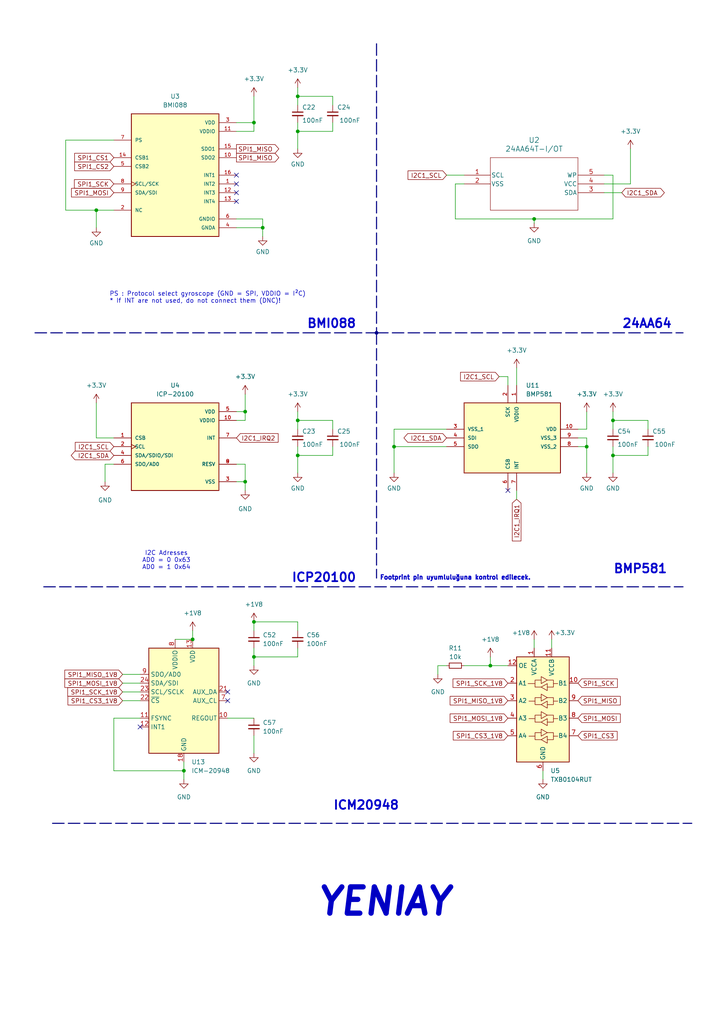
<source format=kicad_sch>
(kicad_sch (version 20231120) (generator "eeschema") (generator_version "8.0")
  (paper "A4" portrait)
  (title_block (title "SENSORS") (date "2024-12-27") (rev "Ozan E."))
  (lib_symbols
    (symbol "2024-04-16_22-30-30:24AA64T-I_OT" (pin_names (offset 0.254))
      (property "Reference" "U5" (at 20.32 10.16 0))
      (property "Value" "24AA64T-I/OT" (at 20.32 7.62 0))
      (symbol "24AA64T-I_OT_0_1"
        (polyline (pts (xy 7.62 -10.16) (xy 33.02 -10.16)) (stroke (width 0.127)))
        (polyline (pts (xy 7.62 5.08) (xy 7.62 -10.16)) (stroke (width 0.127)))
        (polyline (pts (xy 33.02 -10.16) (xy 33.02 5.08)) (stroke (width 0.127)))
        (polyline (pts (xy 33.02 5.08) (xy 7.62 5.08)) (stroke (width 0.127)))
        (pin passive line (at 0 0 0) (length 7.62) (name "SCL") (number "1"))
        (pin passive line (at 0 -2.54 0) (length 7.62) (name "VSS") (number "2"))
        (pin passive line (at 40.64 -5.08 180) (length 7.62) (name "SDA") (number "3"))
        (pin passive line (at 40.64 -2.54 180) (length 7.62) (name "VCC") (number "4"))
        (pin passive line (at 40.64 0 180) (length 7.62) (name "WP") (number "5"))
      )
    )
    (symbol "BMI088:BMI088" (pin_names (offset 1.016))
      (property "Reference" "U" (at -12.7 18.415 0))
      (property "Value" "BMI088" (at -12.7 -20.32 0))
      (symbol "BMI088_0_0"
        (rectangle (start -12.7 -17.78) (end 12.7 17.78) (stroke (width 0.254)) (fill (type background)))
        (pin bidirectional line (at 17.78 -2.54 180) (length 5.08) (name "INT2") (number "1"))
        (pin power_in line (at 17.78 12.7 180) (length 5.08) (name "VDDIO") (number "11"))
        (pin bidirectional line (at 17.78 -5.08 180) (length 5.08) (name "INT3") (number "12"))
        (pin bidirectional line (at 17.78 -7.62 180) (length 5.08) (name "INT4") (number "13"))
        (pin input line (at -17.78 5.08 0) (length 5.08) (name "CSB1") (number "14"))
        (pin output line (at 17.78 7.62 180) (length 5.08) (name "SDO1") (number "15"))
        (pin bidirectional line (at 17.78 0 180) (length 5.08) (name "INT1") (number "16"))
        (pin passive line (at -17.78 -10.16 0) (length 5.08) (name "NC") (number "2"))
        (pin power_in line (at 17.78 15.24 180) (length 5.08) (name "VDD") (number "3"))
        (pin power_in line (at 17.78 -15.24 180) (length 5.08) (name "GNDA") (number "4"))
        (pin input line (at -17.78 2.54 0) (length 5.08) (name "CSB2") (number "5"))
        (pin power_in line (at 17.78 -12.7 180) (length 5.08) (name "GNDIO") (number "6"))
        (pin input line (at -17.78 10.16 0) (length 5.08) (name "PS") (number "7"))
        (pin input clock (at -17.78 -2.54 0) (length 5.08) (name "SCL/SCK") (number "8"))
        (pin bidirectional line (at -17.78 -5.08 0) (length 5.08) (name "SDA/SDI") (number "9"))
      )
      (symbol "BMI088_1_0"
        (pin passive line (at 17.78 5.08 180) (length 5.08) (name "SDO2") (number "10"))
      )
    )
    (symbol "BMP581:BMP581" (pin_names (offset 1.016))
      (property "Reference" "U11" (at 0 2.6671 90))
      (property "Value" "BMP581" (at 2.54 2.6671 90))
      (symbol "BMP581_0_0"
        (rectangle (start 5.08 12.7) (end 25.4 -15.24) (stroke (width 0.254)) (fill (type background)))
        (pin bidirectional line (at 0 0 0) (length 5.08) (name "VDDIO") (number "1"))
        (pin bidirectional line (at 12.7 17.78 270) (length 5.08) (name "VDD") (number "10"))
        (pin bidirectional line (at 0 -2.54 0) (length 5.08) (name "SCK") (number "2"))
        (pin bidirectional line (at 15.24 -20.32 90) (length 5.08) (name "SDI") (number "4"))
        (pin bidirectional line (at 30.48 -2.54 180) (length 5.08) (name "CSB") (number "6"))
        (pin bidirectional line (at 30.48 0 180) (length 5.08) (name "INT") (number "7"))
        (pin bidirectional line (at 17.78 17.78 270) (length 5.08) (name "VSS_2") (number "8"))
        (pin bidirectional line (at 15.24 17.78 270) (length 5.08) (name "VSS_3") (number "9"))
      )
      (symbol "BMP581_1_0"
        (pin bidirectional line (at 12.7 -20.32 90) (length 5.08) (name "VSS_1") (number "3"))
        (pin bidirectional line (at 17.78 -20.32 90) (length 5.08) (name "SDO") (number "5"))
      )
    )
    (symbol "Device:C_Small" (pin_numbers hide) (pin_names (offset 0.254) hide)
      (property "Reference" "C" (at 0.254 1.778 0))
      (property "Value" "C_Small" (at 0.254 -2.032 0))
      (symbol "C_Small_0_1"
        (polyline (pts (xy -1.524 -0.508) (xy 1.524 -0.508)) (stroke (width 0.3302)))
        (polyline (pts (xy -1.524 0.508) (xy 1.524 0.508)) (stroke (width 0.3048)))
      )
      (symbol "C_Small_1_1"
        (pin passive line (at 0 2.54 270) (length 2.032) (name "~") (number "1"))
        (pin passive line (at 0 -2.54 90) (length 2.032) (name "~") (number "2"))
      )
    )
    (symbol "Device:R_Small" (pin_numbers hide) (pin_names (offset 0.254) hide)
      (property "Reference" "R" (at 0.762 0.508 0))
      (property "Value" "R_Small" (at 0.762 -1.016 0))
      (symbol "R_Small_0_1"
        (rectangle (start -0.762 1.778) (end 0.762 -1.778) (stroke (width 0.2032)))
      )
      (symbol "R_Small_1_1"
        (pin passive line (at 0 2.54 270) (length 0.762) (name "~") (number "1"))
        (pin passive line (at 0 -2.54 90) (length 0.762) (name "~") (number "2"))
      )
    )
    (symbol "ICP-20100:ICP-20100" (pin_names (offset 1.016))
      (property "Reference" "U" (at -12.7 13.589 0))
      (property "Value" "ICP-20100" (at -12.7 -15.24 0))
      (symbol "ICP-20100_0_0"
        (rectangle (start -12.7 -12.7) (end 12.7 12.7) (stroke (width 0.254)) (fill (type background)))
        (pin input line (at -17.78 2.54 0) (length 5.08) (name "CSB") (number "1"))
        (pin power_in line (at 17.78 7.62 180) (length 5.08) (name "VDDIO") (number "10"))
        (pin input clock (at -17.78 0 0) (length 5.08) (name "SCL") (number "2"))
        (pin power_in line (at 17.78 -10.16 180) (length 5.08) (name "VSS") (number "3"))
        (pin bidirectional line (at -17.78 -2.54 0) (length 5.08) (name "SDA/SDIO/SDI") (number "4"))
        (pin power_in line (at 17.78 10.16 180) (length 5.08) (name "VDD") (number "5"))
        (pin bidirectional line (at -17.78 -5.08 0) (length 5.08) (name "SDO/AD0") (number "6"))
        (pin output line (at 17.78 2.54 180) (length 5.08) (name "INT") (number "7"))
        (pin passive line (at 17.78 -5.08 180) (length 5.08) (name "RESV") (number "8"))
        (pin passive line (at 17.78 -5.08 180) (length 5.08) (name "RESV") (number "9"))
      )
    )
    (symbol "Logic_LevelTranslator:TXB0104RUT"
      (property "Reference" "U" (at -6.35 16.51 0))
      (property "Value" "TXB0104RUT" (at 3.81 16.51 0))
      (symbol "TXB0104RUT_0_1"
        (rectangle (start -7.62 15.24) (end 7.62 -15.24) (stroke (width 0.254)) (fill (type background)))
        (polyline (pts (xy -2.286 -7.747) (xy -2.286 -6.731) (xy -0.508 -6.731)))
        (polyline (pts (xy -2.286 -2.667) (xy -2.286 -1.651) (xy -0.508 -1.651)))
        (polyline (pts (xy -2.286 2.413) (xy -2.286 3.429) (xy -0.508 3.429)))
        (polyline (pts (xy -2.286 7.493) (xy -2.286 8.509) (xy -0.508 8.509)))
        (polyline (pts (xy 3.048 -7.747) (xy 3.048 -8.763) (xy 1.27 -8.763)))
        (polyline (pts (xy 3.048 -2.667) (xy 3.048 -3.683) (xy 1.27 -3.683)))
        (polyline (pts (xy 3.048 2.413) (xy 3.048 1.397) (xy 1.27 1.397)))
        (polyline (pts (xy 3.048 7.493) (xy 3.048 6.477) (xy 1.27 6.477)))
        (polyline (pts (xy -0.508 -8.763) (xy -2.286 -8.763) (xy -2.286 -7.747) (xy -4.064 -7.747)))
        (polyline (pts (xy -0.508 -8.763) (xy 1.27 -7.747) (xy 1.27 -9.779) (xy -0.508 -8.763)))
        (polyline (pts (xy -0.508 -3.683) (xy -2.286 -3.683) (xy -2.286 -2.667) (xy -4.064 -2.667)))
        (polyline (pts (xy -0.508 -3.683) (xy 1.27 -2.667) (xy 1.27 -4.699) (xy -0.508 -3.683)))
        (polyline (pts (xy -0.508 1.397) (xy -2.286 1.397) (xy -2.286 2.413) (xy -4.064 2.413)))
        (polyline (pts (xy -0.508 1.397) (xy 1.27 2.413) (xy 1.27 0.381) (xy -0.508 1.397)))
        (polyline (pts (xy -0.508 6.477) (xy -2.286 6.477) (xy -2.286 7.493) (xy -4.318 7.493)))
        (polyline (pts (xy -0.508 6.477) (xy 1.27 7.493) (xy 1.27 5.461) (xy -0.508 6.477)))
        (polyline (pts (xy 1.27 -6.731) (xy -0.508 -7.747) (xy -0.508 -5.715) (xy 1.27 -6.731)))
        (polyline (pts (xy 1.27 -6.731) (xy 3.048 -6.731) (xy 3.048 -7.747) (xy 4.318 -7.747)))
        (polyline (pts (xy 1.27 -1.651) (xy -0.508 -2.667) (xy -0.508 -0.635) (xy 1.27 -1.651)))
        (polyline (pts (xy 1.27 -1.651) (xy 3.048 -1.651) (xy 3.048 -2.667) (xy 4.318 -2.667)))
        (polyline (pts (xy 1.27 3.429) (xy -0.508 2.413) (xy -0.508 4.445) (xy 1.27 3.429)))
        (polyline (pts (xy 1.27 3.429) (xy 3.048 3.429) (xy 3.048 2.413) (xy 4.318 2.413)))
        (polyline (pts (xy 1.27 8.509) (xy -0.508 7.493) (xy -0.508 9.525) (xy 1.27 8.509)))
        (polyline (pts (xy 1.27 8.509) (xy 3.048 8.509) (xy 3.048 7.493) (xy 4.318 7.493)))
      )
      (symbol "TXB0104RUT_1_1"
        (pin power_in line (at -2.54 17.78 270) (length 2.54) (name "VCCA") (number "1"))
        (pin tri_state line (at 10.16 7.62 180) (length 2.54) (name "B1") (number "10"))
        (pin power_in line (at 2.54 17.78 270) (length 2.54) (name "VCCB") (number "11"))
        (pin input line (at -10.16 12.7 0) (length 2.54) (name "OE") (number "12"))
        (pin tri_state line (at -10.16 7.62 0) (length 2.54) (name "A1") (number "2"))
        (pin tri_state line (at -10.16 2.54 0) (length 2.54) (name "A2") (number "3"))
        (pin tri_state line (at -10.16 -2.54 0) (length 2.54) (name "A3") (number "4"))
        (pin tri_state line (at -10.16 -7.62 0) (length 2.54) (name "A4") (number "5"))
        (pin power_in line (at 0 -17.78 90) (length 2.54) (name "GND") (number "6"))
        (pin tri_state line (at 10.16 -7.62 180) (length 2.54) (name "B4") (number "7"))
        (pin tri_state line (at 10.16 -2.54 180) (length 2.54) (name "B3") (number "8"))
        (pin tri_state line (at 10.16 2.54 180) (length 2.54) (name "B2") (number "9"))
      )
    )
    (symbol "Sensor_Motion:ICM-20948"
      (property "Reference" "U" (at -11.43 16.51 0))
      (property "Value" "ICM-20948" (at 7.62 -16.51 0))
      (symbol "ICM-20948_0_1"
        (rectangle (start -10.16 15.24) (end 10.16 -15.24) (stroke (width 0.254)) (fill (type background)))
      )
      (symbol "ICM-20948_1_1"
        (pin no_connect line (at -10.16 12.7 0) (length 2.54) hide (name "NC") (number "1"))
        (pin passive line (at 12.7 -5.08 180) (length 2.54) (name "REGOUT") (number "10"))
        (pin input line (at -12.7 -5.08 0) (length 2.54) (name "FSYNC") (number "11"))
        (pin output line (at -12.7 -7.62 0) (length 2.54) (name "INT1") (number "12"))
        (pin power_in line (at 2.54 17.78 270) (length 2.54) (name "VDD") (number "13"))
        (pin no_connect line (at 10.16 7.62 180) (length 2.54) hide (name "NC") (number "14"))
        (pin no_connect line (at 10.16 5.08 180) (length 2.54) hide (name "NC") (number "15"))
        (pin no_connect line (at 10.16 -7.62 180) (length 2.54) hide (name "NC") (number "16"))
        (pin no_connect line (at 10.16 -10.16 180) (length 2.54) hide (name "NC") (number "17"))
        (pin power_in line (at 0 -17.78 90) (length 2.54) (name "GND") (number "18"))
        (pin no_connect line (at 10.16 -12.7 180) (length 2.54) hide (name "RESV") (number "19"))
        (pin no_connect line (at -10.16 10.16 0) (length 2.54) hide (name "NC") (number "2"))
        (pin passive line (at 0 -17.78 90) (length 2.54) hide (name "GND") (number "20"))
        (pin bidirectional line (at 12.7 2.54 180) (length 2.54) (name "AUX_DA") (number "21"))
        (pin input line (at -12.7 0 0) (length 2.54) (name "~{CS}") (number "22"))
        (pin input line (at -12.7 2.54 0) (length 2.54) (name "SCL/SCLK") (number "23"))
        (pin bidirectional line (at -12.7 5.08 0) (length 2.54) (name "SDA/SDI") (number "24"))
        (pin no_connect line (at -10.16 -2.54 0) (length 2.54) hide (name "NC") (number "3"))
        (pin no_connect line (at -10.16 -10.16 0) (length 2.54) hide (name "NC") (number "4"))
        (pin no_connect line (at -10.16 -12.7 0) (length 2.54) hide (name "NC") (number "5"))
        (pin no_connect line (at 10.16 10.16 180) (length 2.54) hide (name "NC") (number "6"))
        (pin output line (at 12.7 0 180) (length 2.54) (name "AUX_CL") (number "7"))
        (pin power_in line (at -2.54 17.78 270) (length 2.54) (name "VDDIO") (number "8"))
        (pin bidirectional line (at -12.7 7.62 0) (length 2.54) (name "SDO/AD0") (number "9"))
      )
    )
    (symbol "power:+1V8" (power) (pin_numbers hide) (pin_names (offset 0) hide)
      (property "Value" "+1V8" (at 0 3.556 0))
      (symbol "+1V8_0_1"
        (polyline (pts (xy -0.762 1.27) (xy 0 2.54)))
        (polyline (pts (xy 0 0) (xy 0 2.54)))
        (polyline (pts (xy 0 2.54) (xy 0.762 1.27)))
      )
      (symbol "+1V8_1_1"
        (pin power_in line (at 0 0 90) (length 0) (name "~") (number "1"))
      )
    )
    (symbol "power:+3.3V" (power) (pin_numbers hide) (pin_names (offset 0) hide)
      (property "Value" "+3.3V" (at 0 3.556 0))
      (symbol "+3.3V_0_1"
        (polyline (pts (xy -0.762 1.27) (xy 0 2.54)))
        (polyline (pts (xy 0 0) (xy 0 2.54)))
        (polyline (pts (xy 0 2.54) (xy 0.762 1.27)))
      )
      (symbol "+3.3V_1_1"
        (pin power_in line (at 0 0 90) (length 0) (name "~") (number "1"))
      )
    )
    (symbol "power:GND" (power) (pin_numbers hide) (pin_names (offset 0) hide)
      (property "Value" "GND" (at 0 -3.81 0))
      (symbol "GND_0_1"
        (polyline (pts (xy 0 0) (xy 0 -1.27) (xy 1.27 -1.27) (xy 0 -2.54) (xy -1.27 -1.27) (xy 0 -1.27)))
      )
      (symbol "GND_1_1"
        (pin power_in line (at 0 0 270) (length 0) (name "~") (number "1"))
      )
    )
  )
  (junction (at 86.36 38.1))
  (junction (at 142.24 193.04))
  (junction (at 71.12 139.7))
  (junction (at 73.66 180.34))
  (junction (at 55.88 185.42))
  (junction (at 86.36 27.94))
  (junction (at 86.36 121.92))
  (junction (at 109.22 96.52))
  (junction (at 76.2 66.04))
  (junction (at 177.8 132.08))
  (junction (at 53.34 223.52))
  (junction (at 71.12 119.38))
  (junction (at 27.94 60.96))
  (junction (at 73.66 190.5))
  (junction (at 86.36 132.08))
  (junction (at 154.94 63.5))
  (junction (at 73.66 35.56))
  (junction (at 170.18 129.54))
  (junction (at 114.3 129.54))
  (junction (at 177.8 121.92))
  (no_connect (at 68.58 53.34))
  (no_connect (at 66.04 200.66))
  (no_connect (at 147.32 142.24))
  (no_connect (at 68.58 55.88))
  (no_connect (at 66.04 203.2))
  (no_connect (at 40.64 210.82))
  (no_connect (at 68.58 50.8))
  (no_connect (at 68.58 58.42))
  (wire (pts (xy 71.12 139.7) (xy 71.12 142.24)))
  (wire (pts (xy 177.8 50.8) (xy 177.8 63.5)))
  (wire (pts (xy 132.08 53.34) (xy 132.08 63.5)))
  (wire (pts (xy 33.02 60.96) (xy 27.94 60.96)))
  (wire (pts (xy 154.94 64.77) (xy 154.94 63.5)))
  (bus (pts (xy 109.22 12.7) (xy 109.22 96.52)) (stroke (width 0) (type dash)))
  (wire (pts (xy 154.94 63.5) (xy 177.8 63.5)))
  (wire (pts (xy 187.96 121.92) (xy 177.8 121.92)))
  (wire (pts (xy 30.48 134.62) (xy 30.48 139.7)))
  (wire (pts (xy 76.2 63.5) (xy 76.2 66.04)))
  (wire (pts (xy 127 193.04) (xy 127 195.58)))
  (wire (pts (xy 127 193.04) (xy 129.54 193.04)))
  (wire (pts (xy 73.66 187.96) (xy 73.66 190.5)))
  (wire (pts (xy 68.58 139.7) (xy 71.12 139.7)))
  (wire (pts (xy 147.32 111.76) (xy 147.32 109.22)))
  (wire (pts (xy 68.58 63.5) (xy 76.2 63.5)))
  (wire (pts (xy 96.52 132.08) (xy 86.36 132.08)))
  (wire (pts (xy 177.8 132.08) (xy 177.8 137.16)))
  (wire (pts (xy 96.52 121.92) (xy 86.36 121.92)))
  (wire (pts (xy 86.36 129.54) (xy 86.36 132.08)))
  (wire (pts (xy 86.36 182.88) (xy 86.36 180.34)))
  (wire (pts (xy 149.86 106.68) (xy 149.86 111.76)))
  (wire (pts (xy 96.52 124.46) (xy 96.52 121.92)))
  (wire (pts (xy 167.64 129.54) (xy 170.18 129.54)))
  (wire (pts (xy 27.94 116.84) (xy 27.94 127)))
  (wire (pts (xy 170.18 127) (xy 170.18 129.54)))
  (wire (pts (xy 96.52 30.48) (xy 96.52 27.94)))
  (wire (pts (xy 175.26 53.34) (xy 182.88 53.34)))
  (wire (pts (xy 142.24 190.5) (xy 142.24 193.04)))
  (wire (pts (xy 68.58 66.04) (xy 76.2 66.04)))
  (wire (pts (xy 71.12 114.3) (xy 71.12 119.38)))
  (bus (pts (xy 15.24 238.76) (xy 200.66 238.76)) (stroke (width 0) (type dash)))
  (wire (pts (xy 96.52 38.1) (xy 86.36 38.1)))
  (wire (pts (xy 144.78 109.22) (xy 147.32 109.22)))
  (wire (pts (xy 96.52 27.94) (xy 86.36 27.94)))
  (wire (pts (xy 19.05 60.96) (xy 27.94 60.96)))
  (wire (pts (xy 182.88 43.18) (xy 182.88 53.34)))
  (wire (pts (xy 35.56 203.2) (xy 40.64 203.2)))
  (wire (pts (xy 134.62 53.34) (xy 132.08 53.34)))
  (wire (pts (xy 73.66 27.94) (xy 73.66 35.56)))
  (wire (pts (xy 76.2 66.04) (xy 76.2 68.58)))
  (wire (pts (xy 187.96 129.54) (xy 187.96 132.08)))
  (wire (pts (xy 35.56 198.12) (xy 40.64 198.12)))
  (wire (pts (xy 177.8 121.92) (xy 177.8 124.46)))
  (wire (pts (xy 86.36 119.38) (xy 86.36 121.92)))
  (wire (pts (xy 33.02 223.52) (xy 53.34 223.52)))
  (wire (pts (xy 175.26 50.8) (xy 177.8 50.8)))
  (wire (pts (xy 134.62 193.04) (xy 142.24 193.04)))
  (wire (pts (xy 68.58 38.1) (xy 73.66 38.1)))
  (bus (pts (xy 109.22 96.52) (xy 198.12 96.52)) (stroke (width 0) (type dash)))
  (wire (pts (xy 73.66 180.34) (xy 73.66 182.88)))
  (wire (pts (xy 55.88 182.88) (xy 55.88 185.42)))
  (wire (pts (xy 86.36 132.08) (xy 86.36 137.16)))
  (wire (pts (xy 86.36 121.92) (xy 86.36 124.46)))
  (wire (pts (xy 167.64 127) (xy 170.18 127)))
  (wire (pts (xy 187.96 132.08) (xy 177.8 132.08)))
  (wire (pts (xy 149.86 142.24) (xy 149.86 144.78)))
  (wire (pts (xy 86.36 35.56) (xy 86.36 38.1)))
  (wire (pts (xy 86.36 38.1) (xy 86.36 43.18)))
  (wire (pts (xy 160.02 187.96) (xy 160.02 185.42)))
  (wire (pts (xy 40.64 208.28) (xy 33.02 208.28)))
  (wire (pts (xy 114.3 129.54) (xy 114.3 124.46)))
  (wire (pts (xy 68.58 35.56) (xy 73.66 35.56)))
  (wire (pts (xy 132.08 63.5) (xy 154.94 63.5)))
  (bus (pts (xy 10.16 96.52) (xy 109.22 96.52)) (stroke (width 0) (type dash)))
  (wire (pts (xy 35.56 195.58) (xy 40.64 195.58)))
  (wire (pts (xy 177.8 129.54) (xy 177.8 132.08)))
  (wire (pts (xy 180.34 55.88) (xy 175.26 55.88)))
  (wire (pts (xy 73.66 180.34) (xy 86.36 180.34)))
  (bus (pts (xy 12.7 170.18) (xy 198.12 170.18)) (stroke (width 0) (type dash)))
  (wire (pts (xy 71.12 134.62) (xy 71.12 139.7)))
  (wire (pts (xy 33.02 40.64) (xy 19.05 40.64)))
  (wire (pts (xy 96.52 35.56) (xy 96.52 38.1)))
  (wire (pts (xy 129.54 50.8) (xy 134.62 50.8)))
  (wire (pts (xy 96.52 129.54) (xy 96.52 132.08)))
  (wire (pts (xy 114.3 129.54) (xy 129.54 129.54)))
  (wire (pts (xy 27.94 60.96) (xy 27.94 66.04)))
  (wire (pts (xy 73.66 190.5) (xy 73.66 193.04)))
  (wire (pts (xy 33.02 208.28) (xy 33.02 223.52)))
  (wire (pts (xy 86.36 27.94) (xy 86.36 30.48)))
  (wire (pts (xy 177.8 119.38) (xy 177.8 121.92)))
  (wire (pts (xy 170.18 124.46) (xy 170.18 119.38)))
  (wire (pts (xy 73.66 190.5) (xy 86.36 190.5)))
  (wire (pts (xy 142.24 193.04) (xy 147.32 193.04)))
  (wire (pts (xy 68.58 121.92) (xy 71.12 121.92)))
  (wire (pts (xy 73.66 38.1) (xy 73.66 35.56)))
  (wire (pts (xy 50.8 185.42) (xy 55.88 185.42)))
  (wire (pts (xy 71.12 119.38) (xy 68.58 119.38)))
  (wire (pts (xy 170.18 129.54) (xy 170.18 137.16)))
  (wire (pts (xy 114.3 124.46) (xy 129.54 124.46)))
  (bus (pts (xy 109.22 96.52) (xy 109.22 167.64)) (stroke (width 0) (type dash)))
  (wire (pts (xy 27.94 127) (xy 33.02 127)))
  (wire (pts (xy 154.94 187.96) (xy 154.94 185.42)))
  (wire (pts (xy 66.04 208.28) (xy 73.66 208.28)))
  (wire (pts (xy 68.58 134.62) (xy 71.12 134.62)))
  (wire (pts (xy 187.96 124.46) (xy 187.96 121.92)))
  (wire (pts (xy 73.66 213.36) (xy 73.66 218.44)))
  (wire (pts (xy 86.36 25.4) (xy 86.36 27.94)))
  (wire (pts (xy 33.02 134.62) (xy 30.48 134.62)))
  (wire (pts (xy 114.3 137.16) (xy 114.3 129.54)))
  (wire (pts (xy 53.34 226.06) (xy 53.34 223.52)))
  (wire (pts (xy 71.12 121.92) (xy 71.12 119.38)))
  (wire (pts (xy 167.64 124.46) (xy 170.18 124.46)))
  (wire (pts (xy 53.34 220.98) (xy 53.34 223.52)))
  (wire (pts (xy 35.56 200.66) (xy 40.64 200.66)))
  (wire (pts (xy 19.05 40.64) (xy 19.05 60.96)))
  (wire (pts (xy 86.36 187.96) (xy 86.36 190.5)))
  (wire (pts (xy 157.48 223.52) (xy 157.48 226.06)))
  (text "YENIAY" (at 91.44 261.62 0) (effects (font (size 7.62 7.62) (thickness 1.524) (bold yes) (italic yes)) (justify left)))
  (text "BMP581\n" (at 177.8 165.1 0) (effects (font (size 2.54 2.54) (thickness 0.508) (bold yes)) (justify left)))
  (text "ICM20948" (at 96.52 233.68 0) (effects (font (size 2.54 2.54) (thickness 0.508) (bold yes)) (justify left)))
  (text "24AA64\n" (at 180.34 93.98 0) (effects (font (size 2.54 2.54) (thickness 0.508) (bold yes)) (justify left)))
  (text "Footprint pin uyumluluğuna kontrol edilecek." (at 132.08 167.64 0) (effects (font (size 1.27 1.27) (thickness 0.508) (bold yes))))
  (text "ICP20100" (at 93.98 167.64 0) (effects (font (size 2.54 2.54) (thickness 0.508) (bold yes))))
  (text "I2C Adresses\nAD0 = 0 0x63\nAD0 = 1 0x64" (at 48.26 162.56 0) (effects (font (size 1.27 1.27))))
  (text "PS : Protocol select gyroscope (GND = SPI, VDDIO = I²C)\n* If INT are not used, do not connect them (DNC)!" (at 31.75 86.36 0) (effects (font (size 1.27 1.27)) (justify left)))
  (text "BMI088" (at 88.9 93.98 0) (effects (font (size 2.54 2.54) (thickness 0.508) (bold yes)) (justify left)))
  (global_label "SPI1_MISO_1V8" (shape input) (at 35.56 195.58 180) (property "Intersheetrefs" "${INTERSHEET_REFS}" (effects (hide yes))))
  (global_label "I2C1_SCL" (shape input) (at 33.02 129.54 180) (property "Intersheetrefs" "${INTERSHEET_REFS}" (effects (hide yes))))
  (global_label "I2C1_SDA" (shape bidirectional) (at 129.54 127 180) (property "Intersheetrefs" "${INTERSHEET_REFS}" (effects (hide yes))))
  (global_label "SPI1_MISO" (shape input) (at 167.64 203.2 0) (property "Intersheetrefs" "${INTERSHEET_REFS}" (effects (hide yes))))
  (global_label "I2C1_SCL" (shape input) (at 144.78 109.22 180) (property "Intersheetrefs" "${INTERSHEET_REFS}" (effects (hide yes))))
  (global_label "SPI1_MOSI" (shape input) (at 167.64 208.28 0) (property "Intersheetrefs" "${INTERSHEET_REFS}" (effects (hide yes))))
  (global_label "SPI1_CS1" (shape input) (at 33.02 45.72 180) (property "Intersheetrefs" "${INTERSHEET_REFS}" (effects (hide yes))))
  (global_label "SPI1_MOSI_1V8" (shape input) (at 147.32 208.28 180) (property "Intersheetrefs" "${INTERSHEET_REFS}" (effects (hide yes))))
  (global_label "SPI1_SCK_1V8" (shape input) (at 35.56 200.66 180) (property "Intersheetrefs" "${INTERSHEET_REFS}" (effects (hide yes))))
  (global_label "SPI1_MOSI" (shape input) (at 33.02 55.88 180) (property "Intersheetrefs" "${INTERSHEET_REFS}" (effects (hide yes))))
  (global_label "SPI1_SCK" (shape input) (at 33.02 53.34 180) (property "Intersheetrefs" "${INTERSHEET_REFS}" (effects (hide yes))))
  (global_label "SPI1_SCK_1V8" (shape input) (at 147.32 198.12 180) (property "Intersheetrefs" "${INTERSHEET_REFS}" (effects (hide yes))))
  (global_label "SPI1_CS3" (shape input) (at 167.64 213.36 0) (property "Intersheetrefs" "${INTERSHEET_REFS}" (effects (hide yes))))
  (global_label "I2C1_IRQ2" (shape input) (at 68.58 127 0) (property "Intersheetrefs" "${INTERSHEET_REFS}" (effects (hide yes))))
  (global_label "SPI1_CS3_1V8" (shape input) (at 35.56 203.2 180) (property "Intersheetrefs" "${INTERSHEET_REFS}" (effects (hide yes))))
  (global_label "I2C1_IRQ1" (shape input) (at 149.86 144.78 270) (property "Intersheetrefs" "${INTERSHEET_REFS}" (effects (hide yes))))
  (global_label "I2C1_SCL" (shape input) (at 129.54 50.8 180) (property "Intersheetrefs" "${INTERSHEET_REFS}" (effects (hide yes))))
  (global_label "SPI1_CS3_1V8" (shape input) (at 147.32 213.36 180) (property "Intersheetrefs" "${INTERSHEET_REFS}" (effects (hide yes))))
  (global_label "SPI1_SCK" (shape input) (at 167.64 198.12 0) (property "Intersheetrefs" "${INTERSHEET_REFS}" (effects (hide yes))))
  (global_label "SPI1_MOSI_1V8" (shape input) (at 35.56 198.12 180) (property "Intersheetrefs" "${INTERSHEET_REFS}" (effects (hide yes))))
  (global_label "SPI1_CS2" (shape input) (at 33.02 48.26 180) (property "Intersheetrefs" "${INTERSHEET_REFS}" (effects (hide yes))))
  (global_label "SPI1_MISO" (shape output) (at 68.58 43.18 0) (property "Intersheetrefs" "${INTERSHEET_REFS}" (effects (hide yes))))
  (global_label "SPI1_MISO" (shape output) (at 68.58 45.72 0) (property "Intersheetrefs" "${INTERSHEET_REFS}" (effects (hide yes))))
  (global_label "SPI1_MISO_1V8" (shape input) (at 147.32 203.2 180) (property "Intersheetrefs" "${INTERSHEET_REFS}" (effects (hide yes))))
  (global_label "I2C1_SDA" (shape bidirectional) (at 33.02 132.08 180) (property "Intersheetrefs" "${INTERSHEET_REFS}" (effects (hide yes))))
  (global_label "I2C1_SDA" (shape bidirectional) (at 180.34 55.88 0) (property "Intersheetrefs" "${INTERSHEET_REFS}" (effects (hide yes))))
  (symbol (lib_id "ICP-20100:ICP-20100") (at 50.8 129.54 0) (unit 1)
    (property "Reference" "U4" (at 50.8 111.76 0))
    (property "Value" "ICP-20100" (at 50.8 114.3 0))
    (property "Footprint" "ICP-20100:PQFN50P200X200X85-10N" (effects (hide yes)))
    (property "MF" "TDK InvenSense" (effects (hide yes)))
    (property "MAXIMUM_PACKAGE_HEIGHT" "0.85mm" (effects (hide yes)))
    (property "Package" "None" (effects (hide yes)))
    (property "Price" "None" (effects (hide yes)))
    (property "Check_prices" "https://www.snapeda.com/parts/ICP-20100/TDK/view-part/?ref=eda" (effects (hide yes)))
    (property "STANDARD" "IPC 7351B" (effects (hide yes)))
    (property "PARTREV" "1.1" (effects (hide yes)))
    (property "SnapEDA_Link" "https://www.snapeda.com/parts/ICP-20100/TDK/view-part/?ref=snap" (effects (hide yes)))
    (property "MP" "ICP-20100" (effects (hide yes)))
    (property "Description_1" "\n                        \n                            Pressure Sensor 4.35PSI ~ 15.95PSI (30kPa ~ 110kPa) Absolute 20 b 10-VFLGA\n                        \n" (effects (hide yes)))
    (property "Availability" "In Stock" (effects (hide yes)))
    (property "MANUFACTURER" "TDK InvenSense" (effects (hide yes)))
  )
  (symbol (lib_id "power:GND") (at 127 195.58 0) (unit 1)
    (property "Reference" "#PWR038" (effects (hide yes)))
    (property "Value" "GND" (at 127 200.66 0))
    (property "Description" "Power symbol creates a global label with name \"GND\" , ground" (effects (hide yes)))
  )
  (symbol (lib_id "power:+3.3V") (at 182.88 43.18 0) (unit 1)
    (property "Reference" "#PWR032" (effects (hide yes)))
    (property "Value" "+3.3V" (at 182.88 38.1 0))
    (property "Description" "Power symbol creates a global label with name \"+3.3V\"" (effects (hide yes)))
  )
  (symbol (lib_id "power:+3.3V") (at 149.86 106.68 0) (unit 1)
    (property "Reference" "#PWR091" (effects (hide yes)))
    (property "Value" "+3.3V" (at 149.86 101.6 0))
    (property "Description" "Power symbol creates a global label with name \"+3.3V\"" (effects (hide yes)))
  )
  (symbol (lib_id "power:GND") (at 114.3 137.16 0) (unit 1)
    (property "Reference" "#PWR040" (effects (hide yes)))
    (property "Value" "GND" (at 114.3 141.605 0))
    (property "Description" "Power symbol creates a global label with name \"GND\" , ground" (effects (hide yes)))
  )
  (symbol (lib_id "Device:C_Small") (at 177.8 127 0) (unit 1)
    (property "Reference" "C54" (at 179.07 125.095 0) (effects (justify left)))
    (property "Value" "100nF" (at 179.07 128.905 0) (effects (justify left)))
    (property "Footprint" "Capacitor_SMD:C_0402_1005Metric" (effects (hide yes)))
    (property "Description" "Unpolarized capacitor, small symbol" (effects (hide yes)))
  )
  (symbol (lib_id "Device:C_Small") (at 96.52 127 0) (unit 1)
    (property "Reference" "C25" (at 97.79 125.095 0) (effects (justify left)))
    (property "Value" "100nF" (at 98.425 128.905 0) (effects (justify left)))
    (property "Footprint" "Capacitor_SMD:C_0402_1005Metric" (effects (hide yes)))
    (property "Description" "Unpolarized capacitor, small symbol" (effects (hide yes)))
  )
  (symbol (lib_id "BMI088:BMI088") (at 50.8 50.8 0) (unit 1)
    (property "Reference" "U3" (at 50.8 27.94 0))
    (property "Value" "BMI088" (at 50.8 30.48 0))
    (property "Footprint" "BMI088:PQFN50P450X300X100-16N" (effects (hide yes)))
    (property "Description" "Accelerometer, Gyroscope, 6 Axis Sensor I²C, SPI Output" (effects (hide yes)))
    (property "MF" "Bosch Sensortec" (effects (hide yes)))
    (property "PURCHASE-URL" "https://pricing.snapeda.com/search/part/BMI088/?ref=eda" (effects (hide yes)))
    (property "PACKAGE" "VFLGA-16 Bosch Sensortec" (effects (hide yes)))
    (property "PRICE" "None" (effects (hide yes)))
    (property "Package" "VFLGA-16 Bosch Sensortec" (effects (hide yes)))
    (property "Check_prices" "https://www.snapeda.com/parts/BMI088/Bosch+Sensortec/view-part/?ref=eda" (effects (hide yes)))
    (property "Price" "None" (effects (hide yes)))
    (property "SnapEDA_Link" "https://www.snapeda.com/parts/BMI088/Bosch+Sensortec/view-part/?ref=snap" (effects (hide yes)))
    (property "MP" "BMI088" (effects (hide yes)))
    (property "Description_1" "\nAccelerometer, Gyroscope, 6 Axis Sensor I2C, SPI Output\n" (effects (hide yes)))
    (property "Availability" "In Stock" (effects (hide yes)))
    (property "AVAILABILITY" "In Stock" (effects (hide yes)))
  )
  (symbol (lib_id "power:+3.3V") (at 170.18 119.38 0) (unit 1)
    (property "Reference" "#PWR098" (effects (hide yes)))
    (property "Value" "+3.3V" (at 170.18 114.3 0))
    (property "Description" "Power symbol creates a global label with name \"+3.3V\"" (effects (hide yes)))
  )
  (symbol (lib_id "Logic_LevelTranslator:TXB0104RUT") (at 157.48 205.74 0) (unit 1)
    (property "Reference" "U5" (at 159.6741 223.52 0) (effects (justify left)))
    (property "Value" "TXB0104RUT" (at 159.6741 226.06 0) (effects (justify left)))
    (property "Footprint" "Package_DFN_QFN:Texas_R-PUQFN-N12" (effects (hide yes)))
    (property "Datasheet" "http://www.ti.com/lit/ds/symlink/txb0104.pdf" (effects (hide yes)))
    (property "Description" "4-Bit Bidirectional Voltage-Level Translator, Auto Direction Sensing and ±15-kV ESD Protection, 1.2 - 3.6V APort, 1.65 - 5.5V BPort, Texas_PUQFN-12" (effects (hide yes)))
  )
  (symbol (lib_id "power:+3.3V") (at 71.12 114.3 0) (unit 1)
    (property "Reference" "#PWR030" (effects (hide yes)))
    (property "Value" "+3.3V" (at 71.12 109.22 0))
    (property "Description" "Power symbol creates a global label with name \"+3.3V\"" (effects (hide yes)))
  )
  (symbol (lib_id "Device:C_Small") (at 73.66 210.82 0) (unit 1)
    (property "Reference" "C57" (at 76.2 209.5562 0) (effects (justify left)))
    (property "Value" "100nF" (at 76.2 212.0962 0) (effects (justify left)))
    (property "Footprint" "Capacitor_SMD:C_0402_1005Metric" (effects (hide yes)))
    (property "Description" "Unpolarized capacitor, small symbol" (effects (hide yes)))
  )
  (symbol (lib_id "power:GND") (at 177.8 137.16 0) (unit 1)
    (property "Reference" "#PWR097" (effects (hide yes)))
    (property "Value" "GND" (at 177.8 141.605 0))
    (property "Description" "Power symbol creates a global label with name \"GND\" , ground" (effects (hide yes)))
  )
  (symbol (lib_id "power:GND") (at 170.18 137.16 0) (unit 1)
    (property "Reference" "#PWR092" (effects (hide yes)))
    (property "Value" "GND" (at 170.18 141.605 0))
    (property "Description" "Power symbol creates a global label with name \"GND\" , ground" (effects (hide yes)))
  )
  (symbol (lib_id "power:GND") (at 76.2 68.58 0) (unit 1)
    (property "Reference" "#PWR029" (effects (hide yes)))
    (property "Value" "GND" (at 76.2 73.025 0))
    (property "Description" "Power symbol creates a global label with name \"GND\" , ground" (effects (hide yes)))
  )
  (symbol (lib_id "power:+3.3V") (at 177.8 119.38 0) (unit 1)
    (property "Reference" "#PWR095" (effects (hide yes)))
    (property "Value" "+3.3V" (at 177.8 114.3 0))
    (property "Description" "Power symbol creates a global label with name \"+3.3V\"" (effects (hide yes)))
  )
  (symbol (lib_id "power:+1V8") (at 73.66 180.34 0) (unit 1)
    (property "Reference" "#PWR0112" (effects (hide yes)))
    (property "Value" "+1V8" (at 73.66 175.26 0))
    (property "Description" "Power symbol creates a global label with name \"+1V8\"" (effects (hide yes)))
  )
  (symbol (lib_id "power:GND") (at 53.34 226.06 0) (unit 1)
    (property "Reference" "#PWR0115" (effects (hide yes)))
    (property "Value" "GND" (at 53.34 231.14 0))
    (property "Description" "Power symbol creates a global label with name \"GND\" , ground" (effects (hide yes)))
  )
  (symbol (lib_id "Sensor_Motion:ICM-20948") (at 53.34 203.2 0) (unit 1)
    (property "Reference" "U13" (at 55.5341 220.98 0) (effects (justify left)))
    (property "Value" "ICM-20948" (at 55.5341 223.52 0) (effects (justify left)))
    (property "Footprint" "Sensor_Motion:InvenSense_QFN-24_3x3mm_P0.4mm" (effects (hide yes)))
    (property "Datasheet" "http://www.invensense.com/wp-content/uploads/2016/06/DS-000189-ICM-20948-v1.3.pdf" (effects (hide yes)))
    (property "Description" "InvenSense 9-Axis Motion Sensor, Accelerometer, Gyroscope, Compass, I2C/SPI, QFN-24" (effects (hide yes)))
  )
  (symbol (lib_id "power:GND") (at 73.66 193.04 0) (unit 1)
    (property "Reference" "#PWR0113" (effects (hide yes)))
    (property "Value" "GND" (at 73.66 198.12 0))
    (property "Description" "Power symbol creates a global label with name \"GND\" , ground" (effects (hide yes)))
  )
  (symbol (lib_id "power:+1V8") (at 55.88 182.88 0) (unit 1)
    (property "Reference" "#PWR0105" (effects (hide yes)))
    (property "Value" "+1V8" (at 55.88 177.8 0))
    (property "Description" "Power symbol creates a global label with name \"+1V8\"" (effects (hide yes)))
  )
  (symbol (lib_id "power:GND") (at 157.48 226.06 0) (unit 1)
    (property "Reference" "#PWR051" (effects (hide yes)))
    (property "Value" "GND" (at 157.48 231.14 0))
    (property "Description" "Power symbol creates a global label with name \"GND\" , ground" (effects (hide yes)))
  )
  (symbol (lib_id "power:+3.3V") (at 73.66 27.94 0) (unit 1)
    (property "Reference" "#PWR028" (effects (hide yes)))
    (property "Value" "+3.3V" (at 73.66 22.86 0))
    (property "Description" "Power symbol creates a global label with name \"+3.3V\"" (effects (hide yes)))
  )
  (symbol (lib_id "power:+1V8") (at 154.94 185.42 0) (unit 1)
    (property "Reference" "#PWR027" (effects (hide yes)))
    (property "Value" "+1V8" (at 151.13 183.515 0))
    (property "Description" "Power symbol creates a global label with name \"+1V8\"" (effects (hide yes)))
  )
  (symbol (lib_id "power:+3.3V") (at 160.02 185.42 0) (unit 1)
    (property "Reference" "#PWR037" (effects (hide yes)))
    (property "Value" "+3.3V" (at 163.83 183.515 0))
    (property "Description" "Power symbol creates a global label with name \"+3.3V\"" (effects (hide yes)))
  )
  (symbol (lib_id "Device:C_Small") (at 86.36 33.02 0) (unit 1)
    (property "Reference" "C22" (at 87.63 31.115 0) (effects (justify left)))
    (property "Value" "100nF" (at 87.63 34.925 0) (effects (justify left)))
    (property "Footprint" "Capacitor_SMD:C_0402_1005Metric" (effects (hide yes)))
    (property "Description" "Unpolarized capacitor, small symbol" (effects (hide yes)))
  )
  (symbol (lib_id "power:GND") (at 71.12 142.24 0) (unit 1)
    (property "Reference" "#PWR031" (effects (hide yes)))
    (property "Value" "GND" (at 71.12 147.574 0))
    (property "Description" "Power symbol creates a global label with name \"GND\" , ground" (effects (hide yes)))
  )
  (symbol (lib_id "BMP581:BMP581") (at 149.86 111.76 270) (unit 1)
    (property "Reference" "U11" (at 152.5271 111.76 90) (effects (justify left)))
    (property "Value" "BMP581" (at 152.5271 114.3 90) (effects (justify left)))
    (property "Footprint" "BMP581:BMP581" (effects (hide yes)))
    (property "Manufacturer_Name" "BOSCH" (effects (hide yes)))
    (property "MF" "Bosch" (effects (hide yes)))
    (property "Description_1" "\n                        \n                            Very small, low-power and low noise 24-bit absolute barometric pressure sensor. This digital, high-performance sensor is ideally suited for a wide range of altitude tracking applications and offers outstanding design flexibility\n                        \n" (effects (hide yes)))
    (property "Package" "None" (effects (hide yes)))
    (property "Price" "None" (effects (hide yes)))
    (property "Check_prices" "https://www.snapeda.com/parts/BMP581/Bosch/view-part/?ref=eda" (effects (hide yes)))
    (property "Height" "0.8mm" (effects (hide yes)))
    (property "MP" "BMP581" (effects (hide yes)))
    (property "SnapEDA_Link" "https://www.snapeda.com/parts/BMP581/Bosch/view-part/?ref=snap" (effects (hide yes)))
    (property "Arrow_Price-Stock" "https://www.arrow.com/en/products/bmp581/bosch?region=nac" (effects (hide yes)))
    (property "Arrow_Part_Number" "BMP581" (effects (hide yes)))
    (property "Availability" "In Stock" (effects (hide yes)))
    (property "Manufacturer_Part_Number" "BMP581" (effects (hide yes)))
  )
  (symbol (lib_id "Device:C_Small") (at 73.66 185.42 0) (unit 1)
    (property "Reference" "C52" (at 76.2 184.1562 0) (effects (justify left)))
    (property "Value" "100nF" (at 76.2 186.6962 0) (effects (justify left)))
    (property "Footprint" "Capacitor_SMD:C_0402_1005Metric" (effects (hide yes)))
    (property "Description" "Unpolarized capacitor, small symbol" (effects (hide yes)))
  )
  (symbol (lib_id "power:GND") (at 86.36 43.18 0) (unit 1)
    (property "Reference" "#PWR034" (effects (hide yes)))
    (property "Value" "GND" (at 86.36 47.625 0))
    (property "Description" "Power symbol creates a global label with name \"GND\" , ground" (effects (hide yes)))
  )
  (symbol (lib_id "power:GND") (at 86.36 137.16 0) (unit 1)
    (property "Reference" "#PWR036" (effects (hide yes)))
    (property "Value" "GND" (at 86.36 141.605 0))
    (property "Description" "Power symbol creates a global label with name \"GND\" , ground" (effects (hide yes)))
  )
  (symbol (lib_id "power:GND") (at 30.48 139.7 0) (unit 1)
    (property "Reference" "#PWR024" (effects (hide yes)))
    (property "Value" "GND" (at 30.48 145.034 0))
    (property "Description" "Power symbol creates a global label with name \"GND\" , ground" (effects (hide yes)))
  )
  (symbol (lib_id "power:GND") (at 73.66 218.44 0) (unit 1)
    (property "Reference" "#PWR0114" (effects (hide yes)))
    (property "Value" "GND" (at 73.66 223.52 0))
    (property "Description" "Power symbol creates a global label with name \"GND\" , ground" (effects (hide yes)))
  )
  (symbol (lib_id "Device:R_Small") (at 132.08 193.04 90) (unit 1)
    (property "Reference" "R11" (at 132.08 187.96 90))
    (property "Value" "10k" (at 132.08 190.5 90))
    (property "Footprint" "Resistor_SMD:R_0402_1005Metric" (effects (hide yes)))
    (property "Description" "Resistor, small symbol" (effects (hide yes)))
  )
  (symbol (lib_id "power:GND") (at 27.94 66.04 0) (unit 1)
    (property "Reference" "#PWR09" (effects (hide yes)))
    (property "Value" "GND" (at 27.94 70.485 0))
    (property "Description" "Power symbol creates a global label with name \"GND\" , ground" (effects (hide yes)))
  )
  (symbol (lib_id "2024-04-16_22-30-30:24AA64T-I_OT") (at 134.62 50.8 0) (unit 1)
    (property "Reference" "U2" (at 154.94 40.64 0) (effects (font (size 1.524 1.524))))
    (property "Value" "24AA64T-I/OT" (at 154.94 43.18 0) (effects (font (size 1.524 1.524))))
    (property "Footprint" "Package_TO_SOT_SMD:SOT-23-5_HandSoldering" (effects (hide yes)))
    (property "Datasheet" "24AA64T-I/OT" (effects (hide yes)))
  )
  (symbol (lib_id "power:+3.3V") (at 86.36 119.38 0) (unit 1)
    (property "Reference" "#PWR035" (effects (hide yes)))
    (property "Value" "+3.3V" (at 86.36 114.3 0))
    (property "Description" "Power symbol creates a global label with name \"+3.3V\"" (effects (hide yes)))
  )
  (symbol (lib_id "Device:C_Small") (at 187.96 127 0) (unit 1)
    (property "Reference" "C55" (at 189.23 125.095 0) (effects (justify left)))
    (property "Value" "100nF" (at 189.865 128.905 0) (effects (justify left)))
    (property "Footprint" "Capacitor_SMD:C_0402_1005Metric" (effects (hide yes)))
    (property "Description" "Unpolarized capacitor, small symbol" (effects (hide yes)))
  )
  (symbol (lib_id "power:+1V8") (at 142.24 190.5 0) (unit 1)
    (property "Reference" "#PWR052" (effects (hide yes)))
    (property "Value" "+1V8" (at 142.24 185.42 0))
    (property "Description" "Power symbol creates a global label with name \"+1V8\"" (effects (hide yes)))
  )
  (symbol (lib_id "Device:C_Small") (at 86.36 185.42 0) (unit 1)
    (property "Reference" "C56" (at 88.9 184.1562 0) (effects (justify left)))
    (property "Value" "100nF" (at 88.9 186.6962 0) (effects (justify left)))
    (property "Footprint" "Capacitor_SMD:C_0402_1005Metric" (effects (hide yes)))
    (property "Description" "Unpolarized capacitor, small symbol" (effects (hide yes)))
  )
  (symbol (lib_id "power:+3.3V") (at 27.94 116.84 0) (unit 1)
    (property "Reference" "#PWR023" (effects (hide yes)))
    (property "Value" "+3.3V" (at 27.94 111.76 0))
    (property "Description" "Power symbol creates a global label with name \"+3.3V\"" (effects (hide yes)))
  )
  (symbol (lib_id "power:GND") (at 154.94 64.77 0) (unit 1)
    (property "Reference" "#PWR025" (effects (hide yes)))
    (property "Value" "GND" (at 154.94 69.85 0))
    (property "Description" "Power symbol creates a global label with name \"GND\" , ground" (effects (hide yes)))
  )
  (symbol (lib_id "Device:C_Small") (at 86.36 127 0) (unit 1)
    (property "Reference" "C23" (at 87.63 125.095 0) (effects (justify left)))
    (property "Value" "100nF" (at 87.63 128.905 0) (effects (justify left)))
    (property "Footprint" "Capacitor_SMD:C_0402_1005Metric" (effects (hide yes)))
    (property "Description" "Unpolarized capacitor, small symbol" (effects (hide yes)))
  )
  (symbol (lib_id "power:+3.3V") (at 86.36 25.4 0) (unit 1)
    (property "Reference" "#PWR033" (effects (hide yes)))
    (property "Value" "+3.3V" (at 86.36 20.32 0))
    (property "Description" "Power symbol creates a global label with name \"+3.3V\"" (effects (hide yes)))
  )
  (symbol (lib_id "Device:C_Small") (at 96.52 33.02 0) (unit 1)
    (property "Reference" "C24" (at 97.79 31.115 0) (effects (justify left)))
    (property "Value" "100nF" (at 98.425 34.925 0) (effects (justify left)))
    (property "Footprint" "Capacitor_SMD:C_0402_1005Metric" (effects (hide yes)))
    (property "Description" "Unpolarized capacitor, small symbol" (effects (hide yes)))
  )
)
</source>
